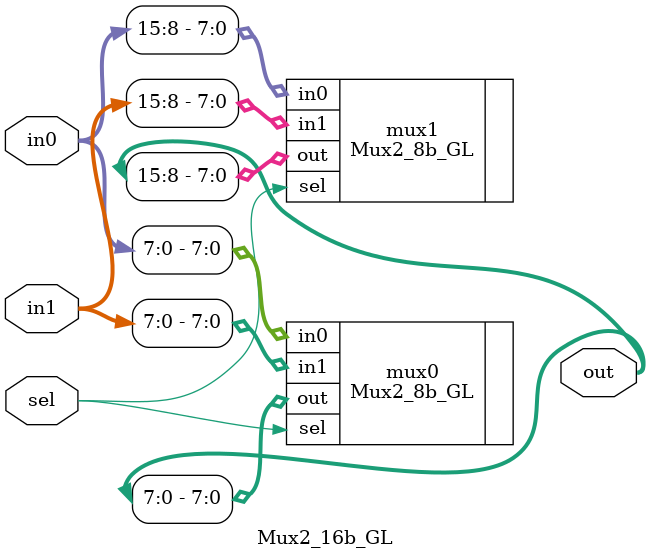
<source format=v>

`ifndef MUX2_16B_GL
`define MUX2_16B_GL

`include "ece2300/ece2300-misc.v"
`include "lab2/Mux2_8b_GL.v"

module Mux2_16b_GL
(
  (* keep=1 *) input  wire [15:0] in0,
  (* keep=1 *) input  wire [15:0] in1,
  (* keep=1 *) input  wire        sel,
  (* keep=1 *) output wire [15:0] out
);


Mux2_8b_GL mux0 
(
  .in0( in0[7:0] ),
  .in1( in1[7:0] ),
  .sel( sel      ),
  .out( out[7:0] )   
);  

Mux2_8b_GL mux1 
(
  .in0( in0[15:8] ),
  .in1( in1[15:8] ),
  .sel( sel       ),
  .out( out[15:8] )   
);  

endmodule

`endif /* MUX2_16B_GL */


</source>
